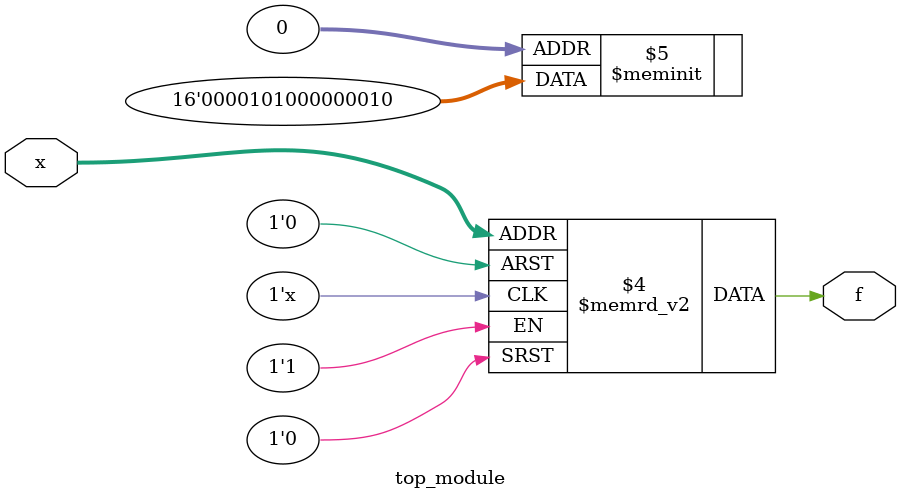
<source format=sv>
module top_module (
    input [4:1] x,
    output logic f
);

always_comb begin
    case ({x[4], x[3], x[2], x[1]})
        4'b0001: f = 1'b1;
        4'b0011: f = 1'b0;
        4'b0101: f = 1'b0;
        4'b0111: f = 1'b0;
        4'b1001: f = 1'b1;
        4'b1011: f = 1'b1;
        4'b1101: f = 1'b0;
        4'b1111: f = 1'b0;
        default: f = 1'b0; // Use the don't-care condition (d) to choose the convenient value
    endcase
end

endmodule

</source>
